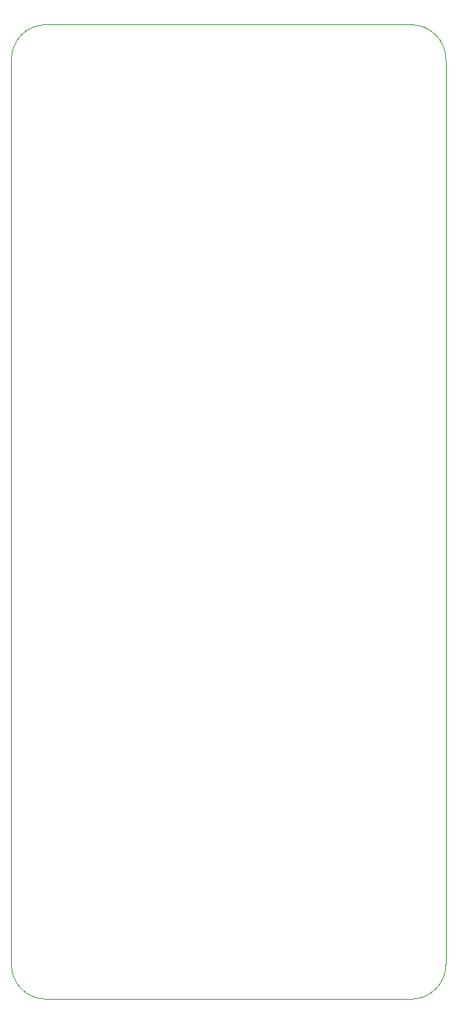
<source format=gbr>
%TF.GenerationSoftware,KiCad,Pcbnew,(6.0.7)*%
%TF.CreationDate,2023-02-23T21:55:11-05:00*%
%TF.ProjectId,PASS_TONE_CTRL,50415353-5f54-44f4-9e45-5f4354524c2e,rev?*%
%TF.SameCoordinates,Original*%
%TF.FileFunction,Profile,NP*%
%FSLAX46Y46*%
G04 Gerber Fmt 4.6, Leading zero omitted, Abs format (unit mm)*
G04 Created by KiCad (PCBNEW (6.0.7)) date 2023-02-23 21:55:11*
%MOMM*%
%LPD*%
G01*
G04 APERTURE LIST*
%TA.AperFunction,Profile*%
%ADD10C,0.100000*%
%TD*%
G04 APERTURE END LIST*
D10*
X146000000Y-152000000D02*
G75*
G03*
X150000000Y-148000000I0J4000000D01*
G01*
X104000000Y-40000000D02*
G75*
G03*
X100000000Y-44000000I0J-4000000D01*
G01*
X146000000Y-40000000D02*
X104000000Y-40000000D01*
X104000000Y-152000000D02*
X146000000Y-152000000D01*
X100000000Y-148000000D02*
X100000000Y-44000000D01*
X100000000Y-148000000D02*
G75*
G03*
X104000000Y-152000000I4000000J0D01*
G01*
X150000000Y-44000000D02*
G75*
G03*
X146000000Y-40000000I-4000000J0D01*
G01*
X150000000Y-44000000D02*
X150000000Y-148000000D01*
M02*

</source>
